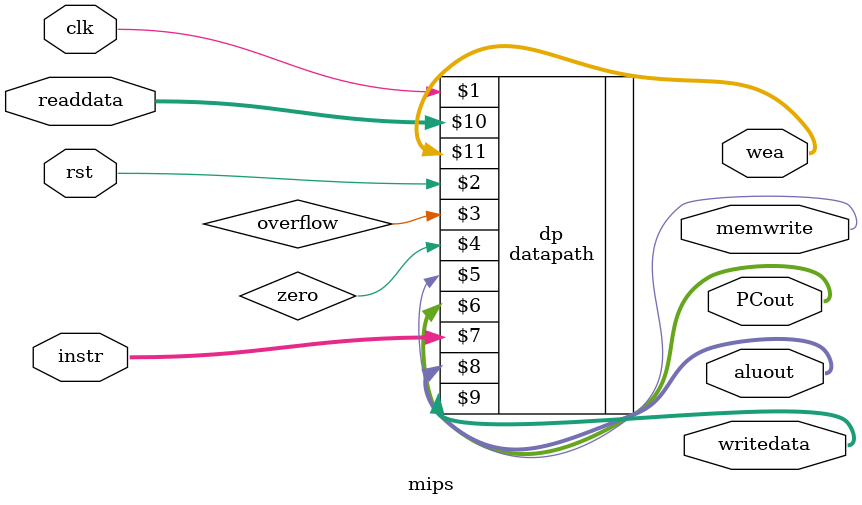
<source format=v>
`timescale 1ns / 1ps


module mips(
	input wire clk,rst,
	output wire[31:0] PCout,
	input wire[31:0] instr,
	output wire memwrite,
	output wire[31:0] aluout,writedata,
	input wire[31:0] readdata,
	output [3:0] wea
    );
	
	wire Mem2Reg,ALUsrc,RegDst,RegWrite,Jump,PCsrc,zero,overflow;
	wire[2:0] alucontrol;


	datapath dp(clk,rst,overflow,zero,memwrite,PCout,instr,aluout,writedata,readdata,wea
				);
	
endmodule

</source>
